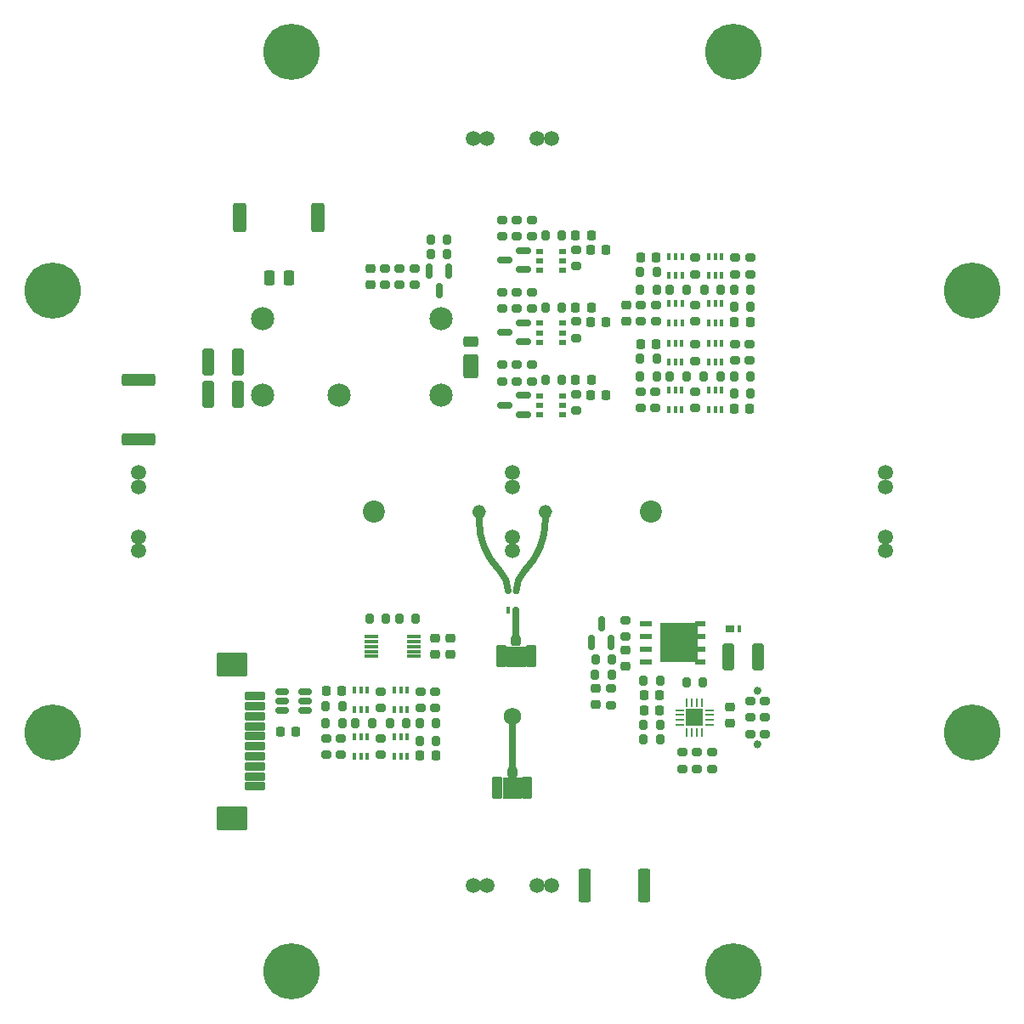
<source format=gbr>
%TF.GenerationSoftware,KiCad,Pcbnew,9.0.1*%
%TF.CreationDate,2025-06-25T17:25:53-04:00*%
%TF.ProjectId,-Z,2d5a2e6b-6963-4616-945f-706362585858,rev?*%
%TF.SameCoordinates,Original*%
%TF.FileFunction,Soldermask,Bot*%
%TF.FilePolarity,Negative*%
%FSLAX46Y46*%
G04 Gerber Fmt 4.6, Leading zero omitted, Abs format (unit mm)*
G04 Created by KiCad (PCBNEW 9.0.1) date 2025-06-25 17:25:53*
%MOMM*%
%LPD*%
G01*
G04 APERTURE LIST*
G04 Aperture macros list*
%AMRoundRect*
0 Rectangle with rounded corners*
0 $1 Rounding radius*
0 $2 $3 $4 $5 $6 $7 $8 $9 X,Y pos of 4 corners*
0 Add a 4 corners polygon primitive as box body*
4,1,4,$2,$3,$4,$5,$6,$7,$8,$9,$2,$3,0*
0 Add four circle primitives for the rounded corners*
1,1,$1+$1,$2,$3*
1,1,$1+$1,$4,$5*
1,1,$1+$1,$6,$7*
1,1,$1+$1,$8,$9*
0 Add four rect primitives between the rounded corners*
20,1,$1+$1,$2,$3,$4,$5,0*
20,1,$1+$1,$4,$5,$6,$7,0*
20,1,$1+$1,$6,$7,$8,$9,0*
20,1,$1+$1,$8,$9,$2,$3,0*%
G04 Aperture macros list end*
%ADD10C,0.381002*%
%ADD11C,0.686258*%
%ADD12C,0.666258*%
%ADD13C,0.700000*%
%ADD14C,0.762000*%
%ADD15C,3.800000*%
%ADD16C,5.600000*%
%ADD17C,2.200000*%
%ADD18C,1.500000*%
%ADD19C,1.727200*%
%ADD20RoundRect,0.225000X0.225000X0.250000X-0.225000X0.250000X-0.225000X-0.250000X0.225000X-0.250000X0*%
%ADD21RoundRect,0.200000X-0.275000X0.200000X-0.275000X-0.200000X0.275000X-0.200000X0.275000X0.200000X0*%
%ADD22R,0.700000X0.510000*%
%ADD23RoundRect,0.200000X0.275000X-0.200000X0.275000X0.200000X-0.275000X0.200000X-0.275000X-0.200000X0*%
%ADD24RoundRect,0.218750X-0.256250X0.218750X-0.256250X-0.218750X0.256250X-0.218750X0.256250X0.218750X0*%
%ADD25RoundRect,0.250000X-0.250000X0.275000X-0.250000X-0.275000X0.250000X-0.275000X0.250000X0.275000X0*%
%ADD26RoundRect,0.250000X-0.275000X0.850000X-0.275000X-0.850000X0.275000X-0.850000X0.275000X0.850000X0*%
%ADD27RoundRect,0.200000X0.200000X0.275000X-0.200000X0.275000X-0.200000X-0.275000X0.200000X-0.275000X0*%
%ADD28RoundRect,0.218750X-0.218750X-0.256250X0.218750X-0.256250X0.218750X0.256250X-0.218750X0.256250X0*%
%ADD29RoundRect,0.100000X0.100000X-0.225000X0.100000X0.225000X-0.100000X0.225000X-0.100000X-0.225000X0*%
%ADD30RoundRect,0.218750X0.218750X0.256250X-0.218750X0.256250X-0.218750X-0.256250X0.218750X-0.256250X0*%
%ADD31RoundRect,0.200000X-0.200000X-0.275000X0.200000X-0.275000X0.200000X0.275000X-0.200000X0.275000X0*%
%ADD32RoundRect,0.225000X0.250000X-0.225000X0.250000X0.225000X-0.250000X0.225000X-0.250000X-0.225000X0*%
%ADD33R,1.422400X0.304800*%
%ADD34RoundRect,0.100000X-0.100000X0.225000X-0.100000X-0.225000X0.100000X-0.225000X0.100000X0.225000X0*%
%ADD35RoundRect,0.250000X-0.300000X-0.475000X0.300000X-0.475000X0.300000X0.475000X-0.300000X0.475000X0*%
%ADD36RoundRect,0.250000X-0.425000X-1.200000X0.425000X-1.200000X0.425000X1.200000X-0.425000X1.200000X0*%
%ADD37RoundRect,0.218750X0.256250X-0.218750X0.256250X0.218750X-0.256250X0.218750X-0.256250X-0.218750X0*%
%ADD38RoundRect,0.150000X0.150000X-0.587500X0.150000X0.587500X-0.150000X0.587500X-0.150000X-0.587500X0*%
%ADD39C,2.304000*%
%ADD40RoundRect,0.225000X-0.225000X-0.250000X0.225000X-0.250000X0.225000X0.250000X-0.225000X0.250000X0*%
%ADD41RoundRect,0.225000X-0.250000X0.225000X-0.250000X-0.225000X0.250000X-0.225000X0.250000X0.225000X0*%
%ADD42RoundRect,0.102000X0.950000X-0.300000X0.950000X0.300000X-0.950000X0.300000X-0.950000X-0.300000X0*%
%ADD43RoundRect,0.102000X1.400000X-1.050000X1.400000X1.050000X-1.400000X1.050000X-1.400000X-1.050000X0*%
%ADD44RoundRect,0.250000X0.325000X1.100000X-0.325000X1.100000X-0.325000X-1.100000X0.325000X-1.100000X0*%
%ADD45RoundRect,0.250000X-1.425000X0.362500X-1.425000X-0.362500X1.425000X-0.362500X1.425000X0.362500X0*%
%ADD46RoundRect,0.250000X0.362500X1.425000X-0.362500X1.425000X-0.362500X-1.425000X0.362500X-1.425000X0*%
%ADD47RoundRect,0.150000X0.587500X0.150000X-0.587500X0.150000X-0.587500X-0.150000X0.587500X-0.150000X0*%
%ADD48R,1.270000X0.610000*%
%ADD49R,3.810000X3.910000*%
%ADD50R,1.020000X0.610000*%
%ADD51RoundRect,0.150000X-0.512500X-0.150000X0.512500X-0.150000X0.512500X0.150000X-0.512500X0.150000X0*%
%ADD52R,0.400000X0.750000*%
%ADD53RoundRect,0.250000X-0.325000X-1.100000X0.325000X-1.100000X0.325000X1.100000X-0.325000X1.100000X0*%
%ADD54RoundRect,0.150000X-0.150000X0.587500X-0.150000X-0.587500X0.150000X-0.587500X0.150000X0.587500X0*%
%ADD55RoundRect,0.075000X-0.390000X-0.275000X0.390000X-0.275000X0.390000X0.275000X-0.390000X0.275000X0*%
%ADD56RoundRect,0.075000X-0.075000X-0.275000X0.075000X-0.275000X0.075000X0.275000X-0.075000X0.275000X0*%
%ADD57R,0.254000X0.812800*%
%ADD58R,0.812800X0.254000*%
%ADD59R,1.752600X1.752600*%
%ADD60RoundRect,0.250000X-0.500000X0.950000X-0.500000X-0.950000X0.500000X-0.950000X0.500000X0.950000X0*%
%ADD61RoundRect,0.250000X-0.500000X0.275000X-0.500000X-0.275000X0.500000X-0.275000X0.500000X0.275000X0*%
G04 APERTURE END LIST*
D10*
X188629302Y-117830802D02*
G75*
G02*
X188248300Y-117830802I-190501J0D01*
G01*
X188248300Y-117830802D02*
G75*
G02*
X188629302Y-117830802I190501J0D01*
G01*
D11*
X164400001Y-112758199D02*
X164400000Y-109835400D01*
D12*
X160700000Y-100884192D02*
X160700000Y-99999999D01*
D10*
X188629301Y-123164801D02*
G75*
G02*
X188248299Y-123164801I-190501J0D01*
G01*
X188248299Y-123164801D02*
G75*
G02*
X188629301Y-123164801I190501J0D01*
G01*
D13*
X167650000Y-100000000D02*
G75*
G02*
X166950000Y-100000000I-350000J0D01*
G01*
X166950000Y-100000000D02*
G75*
G02*
X167650000Y-100000000I350000J0D01*
G01*
D12*
X167300000Y-100884238D02*
G75*
G02*
X165238185Y-105861829I-7039400J38D01*
G01*
X164400001Y-107885399D02*
G75*
G02*
X165238160Y-105861804I2861899J-1D01*
G01*
D13*
X161050000Y-100000000D02*
G75*
G02*
X160350000Y-100000000I-350000J0D01*
G01*
X160350000Y-100000000D02*
G75*
G02*
X161050000Y-100000000I350000J0D01*
G01*
D11*
X164000001Y-125972600D02*
X164000001Y-120366999D01*
D12*
X167300000Y-100884238D02*
X167300000Y-100000000D01*
X162761825Y-105861825D02*
G75*
G02*
X160700040Y-100884192I4977675J4977625D01*
G01*
X162761825Y-105861825D02*
G75*
G02*
X163600032Y-107885399I-2023525J-2023575D01*
G01*
%TO.C,J4*%
G36*
X163060001Y-126507599D02*
G01*
X164940001Y-126507599D01*
X164940001Y-128597599D01*
X163060001Y-128597599D01*
X163060001Y-126507599D01*
G37*
%TO.C,J3*%
G36*
X163460001Y-113401200D02*
G01*
X165340001Y-113401200D01*
X165340001Y-115491200D01*
X163460001Y-115491200D01*
X163460001Y-113401200D01*
G37*
%TD*%
D14*
%TO.C,H2*%
X144200001Y-145800000D03*
X143555751Y-147355750D03*
X143555751Y-144244250D03*
X142000001Y-148000000D03*
D15*
X142000001Y-145800000D03*
D16*
X142000001Y-145800000D03*
D14*
X142000001Y-143600000D03*
X140444251Y-147355750D03*
X140444251Y-144244250D03*
X139800001Y-145800000D03*
%TD*%
D17*
%TO.C,AE2*%
X150200000Y-99999999D03*
%TD*%
%TO.C,AE1*%
X177800000Y-100000000D03*
%TD*%
D18*
%TO.C,JP5*%
X164000001Y-96100000D03*
X164000001Y-97499999D03*
X164000001Y-102499999D03*
X164000001Y-103899998D03*
%TD*%
D14*
%TO.C,H8*%
X212000000Y-121999999D03*
X211355750Y-123555749D03*
X211355750Y-120444249D03*
X209800000Y-124199999D03*
D15*
X209800000Y-121999999D03*
D16*
X209800000Y-121999999D03*
D14*
X209800000Y-119799999D03*
X208244250Y-123555749D03*
X208244250Y-120444249D03*
X207600000Y-121999999D03*
%TD*%
%TO.C,H5*%
X144200001Y-54200000D03*
X143555751Y-55755750D03*
X143555751Y-52644250D03*
X142000001Y-56400000D03*
D15*
X142000001Y-54200000D03*
D16*
X142000001Y-54200000D03*
D14*
X142000001Y-52000000D03*
X140444251Y-55755750D03*
X140444251Y-52644250D03*
X139800001Y-54200000D03*
%TD*%
%TO.C,H7*%
X212000000Y-78000000D03*
X211355750Y-79555750D03*
X211355750Y-76444250D03*
X209800000Y-80200000D03*
D15*
X209800000Y-78000000D03*
D16*
X209800000Y-78000000D03*
D14*
X209800000Y-75800000D03*
X208244250Y-79555750D03*
X208244250Y-76444250D03*
X207600000Y-78000000D03*
%TD*%
D19*
%TO.C,AE3*%
X164000000Y-120400000D03*
%TD*%
D18*
%TO.C,JP1*%
X167900000Y-62789000D03*
X166500001Y-62789000D03*
X161500001Y-62789000D03*
X160100002Y-62789000D03*
%TD*%
D14*
%TO.C,H4*%
X120400001Y-78000000D03*
X119755751Y-79555750D03*
X119755751Y-76444250D03*
X118200001Y-80200000D03*
D15*
X118200001Y-78000000D03*
D16*
X118200001Y-78000000D03*
D14*
X118200001Y-75800000D03*
X116644251Y-79555750D03*
X116644251Y-76444250D03*
X116000001Y-78000000D03*
%TD*%
%TO.C,H3*%
X120400001Y-121999999D03*
X119755751Y-123555749D03*
X119755751Y-120444249D03*
X118200001Y-124199999D03*
D15*
X118200001Y-121999999D03*
D16*
X118200001Y-121999999D03*
D14*
X118200001Y-119799999D03*
X116644251Y-123555749D03*
X116644251Y-120444249D03*
X116000001Y-121999999D03*
%TD*%
D18*
%TO.C,JP4*%
X126789000Y-103899999D03*
X126789000Y-102500000D03*
X126789000Y-97500000D03*
X126789000Y-96100001D03*
%TD*%
D14*
%TO.C,H1*%
X188200000Y-145800000D03*
X187555750Y-147355750D03*
X187555750Y-144244250D03*
X186000000Y-148000000D03*
D15*
X186000000Y-145800000D03*
D16*
X186000000Y-145800000D03*
D14*
X186000000Y-143600000D03*
X184444250Y-147355750D03*
X184444250Y-144244250D03*
X183800000Y-145800000D03*
%TD*%
%TO.C,H6*%
X188200000Y-54200000D03*
X187555750Y-55755750D03*
X187555750Y-52644250D03*
X186000000Y-56400000D03*
D15*
X186000000Y-54200000D03*
D16*
X186000000Y-54200000D03*
D14*
X186000000Y-52000000D03*
X184444250Y-55755750D03*
X184444250Y-52644250D03*
X183800000Y-54200000D03*
%TD*%
D20*
%TO.C,C11*%
X147008600Y-117868399D03*
X145458600Y-117868399D03*
%TD*%
D21*
%TO.C,R68*%
X154894999Y-117907000D03*
X154894999Y-119557000D03*
%TD*%
D22*
%TO.C,Q11*%
X166700801Y-90358200D03*
X166700801Y-89408200D03*
X166700801Y-88458200D03*
X169020801Y-88458200D03*
X169020801Y-89408200D03*
X169020801Y-90358200D03*
%TD*%
D23*
%TO.C,R33*%
X162984001Y-86982000D03*
X162984001Y-85332000D03*
%TD*%
D24*
%TO.C,D6*%
X172339000Y-117625199D03*
X172339000Y-119200201D03*
%TD*%
D21*
%TO.C,R52*%
X187672802Y-83286800D03*
X187672802Y-84936800D03*
%TD*%
%TO.C,R25*%
X165930401Y-78092999D03*
X165930401Y-79742999D03*
%TD*%
D25*
%TO.C,J4*%
X164000001Y-125972599D03*
D26*
X165475001Y-127497599D03*
X162525001Y-127497599D03*
%TD*%
D27*
%TO.C,R75*%
X156416200Y-121068800D03*
X154766200Y-121068800D03*
%TD*%
D28*
%TO.C,F2*%
X170324500Y-72466400D03*
X171899502Y-72466400D03*
%TD*%
D29*
%TO.C,Q15*%
X180906000Y-85112600D03*
X180256000Y-85112599D03*
X179606000Y-85112600D03*
X179606000Y-83212600D03*
X180256000Y-83212601D03*
X180906000Y-83212600D03*
%TD*%
D27*
%TO.C,R51*%
X178735202Y-122707598D03*
X177085202Y-122707598D03*
%TD*%
D23*
%TO.C,R46*%
X189175400Y-122147802D03*
X189175400Y-120497802D03*
%TD*%
D21*
%TO.C,R66*%
X156353200Y-117906999D03*
X156353200Y-119556999D03*
%TD*%
D30*
%TO.C,D5*%
X173372701Y-88366800D03*
X171797699Y-88366800D03*
%TD*%
D23*
%TO.C,R20*%
X164457200Y-72554799D03*
X164457200Y-70904799D03*
%TD*%
D27*
%TO.C,R64*%
X151413800Y-110667999D03*
X149763800Y-110667999D03*
%TD*%
D23*
%TO.C,R47*%
X187702199Y-120497801D03*
X187702199Y-118847801D03*
%TD*%
D31*
%TO.C,R7*%
X176753601Y-76134200D03*
X178403601Y-76134200D03*
%TD*%
%TO.C,R6*%
X176753600Y-77861399D03*
X178403600Y-77861399D03*
%TD*%
D32*
%TO.C,C10*%
X156329201Y-114160800D03*
X156329201Y-112610800D03*
%TD*%
D33*
%TO.C,U4*%
X149941101Y-114411201D03*
X149941101Y-113911199D03*
X149941101Y-113411200D03*
X149941101Y-112911201D03*
X149941101Y-112411199D03*
X154233701Y-112411199D03*
X154233701Y-112911201D03*
X154233701Y-113411200D03*
X154233701Y-113911199D03*
X154233701Y-114411201D03*
%TD*%
D34*
%TO.C,Q21*%
X152248800Y-122455599D03*
X152898800Y-122455600D03*
X153548800Y-122455599D03*
X153548800Y-124355599D03*
X152898800Y-124355598D03*
X152248800Y-124355599D03*
%TD*%
D35*
%TO.C,J2*%
X139780800Y-76675398D03*
X141780800Y-76675398D03*
D36*
X136885800Y-70680399D03*
X144675800Y-70680399D03*
%TD*%
D22*
%TO.C,Q9*%
X166700801Y-83119200D03*
X166700801Y-82169200D03*
X166700801Y-81219200D03*
X169020801Y-81219200D03*
X169020801Y-82169200D03*
X169020801Y-83119200D03*
%TD*%
D23*
%TO.C,R15*%
X152798600Y-77380800D03*
X152798600Y-75730800D03*
%TD*%
%TO.C,R60*%
X178274801Y-89661200D03*
X178274801Y-88011200D03*
%TD*%
D37*
%TO.C,F1*%
X175353801Y-80985700D03*
X175353801Y-79410698D03*
%TD*%
D23*
%TO.C,R27*%
X162984001Y-79743000D03*
X162984001Y-78093000D03*
%TD*%
D38*
%TO.C,Q12*%
X173828701Y-113025600D03*
X171928701Y-113025600D03*
X172878701Y-111150600D03*
%TD*%
D30*
%TO.C,D3*%
X173347301Y-73939599D03*
X171772299Y-73939599D03*
%TD*%
D37*
%TO.C,D2*%
X149852200Y-77343300D03*
X149852200Y-75768298D03*
%TD*%
D21*
%TO.C,R37*%
X173812200Y-117589800D03*
X173812200Y-119239800D03*
%TD*%
D23*
%TO.C,R21*%
X162984001Y-72554800D03*
X162984001Y-70904800D03*
%TD*%
D39*
%TO.C,U2*%
X146793600Y-88417600D03*
X139173600Y-80797600D03*
X139173600Y-88417600D03*
X156953600Y-88417600D03*
X156953600Y-80797600D03*
%TD*%
D20*
%TO.C,C2*%
X178353600Y-74661000D03*
X176803600Y-74661000D03*
%TD*%
D21*
%TO.C,R19*%
X165930401Y-70904799D03*
X165930401Y-72554799D03*
%TD*%
D37*
%TO.C,F6*%
X157802401Y-114173300D03*
X157802401Y-112598298D03*
%TD*%
D31*
%TO.C,R38*%
X172276000Y-116202900D03*
X173926000Y-116202900D03*
%TD*%
D29*
%TO.C,Q20*%
X149586399Y-124355599D03*
X148936399Y-124355598D03*
X148286399Y-124355599D03*
X148286399Y-122455599D03*
X148936399Y-122455600D03*
X149586399Y-122455599D03*
%TD*%
D28*
%TO.C,F4*%
X170324500Y-86893600D03*
X171899502Y-86893600D03*
%TD*%
D20*
%TO.C,C9*%
X178685199Y-119761200D03*
X177135199Y-119761200D03*
%TD*%
D40*
%TO.C,C7*%
X186135800Y-89699799D03*
X187685800Y-89699799D03*
%TD*%
D27*
%TO.C,R4*%
X181375400Y-77861399D03*
X179725400Y-77861399D03*
%TD*%
%TO.C,R18*%
X157535201Y-72847400D03*
X155885201Y-72847400D03*
%TD*%
D31*
%TO.C,R73*%
X151794400Y-121068799D03*
X153444400Y-121068799D03*
%TD*%
D27*
%TO.C,R67*%
X150040799Y-121068800D03*
X148390799Y-121068800D03*
%TD*%
D25*
%TO.C,J3*%
X164400001Y-112866200D03*
D26*
X165875001Y-114391200D03*
X162925001Y-114391200D03*
%TD*%
D29*
%TO.C,Q3*%
X180921001Y-81148200D03*
X180271001Y-81148199D03*
X179621001Y-81148200D03*
X179621001Y-79248200D03*
X180271001Y-79248201D03*
X180921001Y-79248200D03*
%TD*%
D41*
%TO.C,C5*%
X185670201Y-119468799D03*
X185670201Y-121018799D03*
%TD*%
D42*
%TO.C,J1*%
X138398801Y-127359990D03*
X138398801Y-126359990D03*
X138398801Y-125359990D03*
X138398801Y-124359990D03*
X138398801Y-123359991D03*
X138398801Y-122359991D03*
X138398801Y-121359990D03*
X138398801Y-120359990D03*
X138398801Y-119359990D03*
X138398801Y-118359990D03*
D43*
X136048801Y-130509990D03*
X136048801Y-115210010D03*
%TD*%
D18*
%TO.C,JP3*%
X201211001Y-97500000D03*
X201211001Y-96100001D03*
X201211001Y-103899999D03*
X201211001Y-102500000D03*
%TD*%
D28*
%TO.C,F3*%
X170324500Y-79654600D03*
X171899502Y-79654600D03*
%TD*%
D27*
%TO.C,R76*%
X156416199Y-122795999D03*
X154766199Y-122795999D03*
%TD*%
D31*
%TO.C,R28*%
X167315201Y-79654600D03*
X168965201Y-79654600D03*
%TD*%
%TO.C,R41*%
X181340000Y-116992601D03*
X182990000Y-116992601D03*
%TD*%
D23*
%TO.C,R71*%
X150917599Y-119556999D03*
X150917599Y-117906999D03*
%TD*%
D31*
%TO.C,R17*%
X155885201Y-74320600D03*
X157535201Y-74320600D03*
%TD*%
D29*
%TO.C,Q19*%
X149586399Y-119681999D03*
X148936399Y-119681998D03*
X148286399Y-119681999D03*
X148286399Y-117781999D03*
X148936399Y-117782000D03*
X149586399Y-117781999D03*
%TD*%
D20*
%TO.C,C6*%
X178338600Y-83299000D03*
X176788600Y-83299000D03*
%TD*%
D21*
%TO.C,R5*%
X186214600Y-74699599D03*
X186214600Y-76349599D03*
%TD*%
D44*
%TO.C,C14*%
X136646001Y-85115600D03*
X133695999Y-85115600D03*
%TD*%
D20*
%TO.C,C8*%
X178685202Y-118288003D03*
X177135202Y-118288003D03*
%TD*%
D31*
%TO.C,R65*%
X152761001Y-110668000D03*
X154411001Y-110668000D03*
%TD*%
D45*
%TO.C,R30*%
X126789000Y-86877500D03*
X126789000Y-92802500D03*
%TD*%
D21*
%TO.C,R3*%
X187687802Y-74699599D03*
X187687802Y-76349599D03*
%TD*%
D31*
%TO.C,R56*%
X176738600Y-84772199D03*
X178388600Y-84772199D03*
%TD*%
D23*
%TO.C,R9*%
X176816600Y-81023200D03*
X176816600Y-79373200D03*
%TD*%
D34*
%TO.C,Q1*%
X183583400Y-74574599D03*
X184233400Y-74574600D03*
X184883400Y-74574599D03*
X184883400Y-76474599D03*
X184233400Y-76474598D03*
X183583400Y-76474599D03*
%TD*%
D23*
%TO.C,R11*%
X178289801Y-81023200D03*
X178289801Y-79373200D03*
%TD*%
D27*
%TO.C,R13*%
X187750801Y-79603799D03*
X186100801Y-79603799D03*
%TD*%
D22*
%TO.C,Q7*%
X166700801Y-75931000D03*
X166700801Y-74981000D03*
X166700801Y-74031000D03*
X169020801Y-74031000D03*
X169020801Y-74981000D03*
X169020801Y-75931000D03*
%TD*%
D30*
%TO.C,D4*%
X173347301Y-81127799D03*
X171772299Y-81127799D03*
%TD*%
D34*
%TO.C,Q18*%
X152248800Y-117781999D03*
X152898800Y-117782000D03*
X153548800Y-117781999D03*
X153548800Y-119681999D03*
X152898800Y-119681998D03*
X152248800Y-119681999D03*
%TD*%
D46*
%TO.C,R24*%
X177122501Y-137211000D03*
X171197501Y-137211000D03*
%TD*%
D23*
%TO.C,R8*%
X182252200Y-76349599D03*
X182252200Y-74699599D03*
%TD*%
D21*
%TO.C,R31*%
X165930401Y-85331999D03*
X165930401Y-86981999D03*
%TD*%
D34*
%TO.C,Q17*%
X183568400Y-87886199D03*
X184218400Y-87886200D03*
X184868400Y-87886199D03*
X184868400Y-89786199D03*
X184218400Y-89786198D03*
X183568400Y-89786199D03*
%TD*%
D23*
%TO.C,R48*%
X187702201Y-122147802D03*
X187702201Y-120497802D03*
%TD*%
%TO.C,R29*%
X170350000Y-82689400D03*
X170350000Y-81039400D03*
%TD*%
%TO.C,R32*%
X164457200Y-86981999D03*
X164457200Y-85331999D03*
%TD*%
D31*
%TO.C,R22*%
X167315201Y-72466400D03*
X168965201Y-72466400D03*
%TD*%
D21*
%TO.C,R16*%
X154271800Y-75730799D03*
X154271800Y-77380799D03*
%TD*%
%TO.C,R40*%
X175308400Y-110791599D03*
X175308400Y-112441599D03*
%TD*%
%TO.C,R14*%
X182252201Y-79373200D03*
X182252201Y-81023200D03*
%TD*%
D47*
%TO.C,Q8*%
X165115300Y-81168399D03*
X165115300Y-83068399D03*
X163240300Y-82118399D03*
%TD*%
D48*
%TO.C,Q13*%
X177298400Y-114960600D03*
X177298401Y-113690600D03*
X177298401Y-112420600D03*
X177298400Y-111150600D03*
D49*
X180658401Y-113055600D03*
D50*
X182763401Y-111150600D03*
X182763401Y-112420600D03*
X182763401Y-113690600D03*
X182763401Y-114960600D03*
%TD*%
D21*
%TO.C,R63*%
X182237201Y-88011200D03*
X182237201Y-89661200D03*
%TD*%
D23*
%TO.C,R44*%
X183892202Y-125590000D03*
X183892202Y-123940000D03*
%TD*%
D47*
%TO.C,Q10*%
X165115300Y-88407399D03*
X165115300Y-90307399D03*
X163240300Y-89357399D03*
%TD*%
D51*
%TO.C,U5*%
X141114601Y-119796799D03*
X141114601Y-118846800D03*
X141114601Y-117896801D03*
X143389601Y-117896801D03*
X143389601Y-118846800D03*
X143389601Y-119796799D03*
%TD*%
D44*
%TO.C,C15*%
X136646002Y-88324199D03*
X133696000Y-88324199D03*
%TD*%
D23*
%TO.C,R78*%
X151325401Y-77380799D03*
X151325401Y-75730799D03*
%TD*%
D34*
%TO.C,Q14*%
X183568400Y-83212600D03*
X184218400Y-83212601D03*
X184868400Y-83212600D03*
X184868400Y-85112600D03*
X184218400Y-85112599D03*
X183568400Y-85112600D03*
%TD*%
D23*
%TO.C,R23*%
X170350000Y-75526599D03*
X170350000Y-73876599D03*
%TD*%
D27*
%TO.C,R61*%
X187735800Y-86499400D03*
X186085800Y-86499400D03*
%TD*%
D52*
%TO.C,BA1*%
X164400001Y-109835399D03*
X163600001Y-109835399D03*
X163600001Y-107885399D03*
X164400001Y-107885399D03*
%TD*%
D53*
%TO.C,C4*%
X185557767Y-114470275D03*
X188507769Y-114470275D03*
%TD*%
D24*
%TO.C,F5*%
X175308401Y-113800899D03*
X175308401Y-115375901D03*
%TD*%
D23*
%TO.C,R57*%
X182237200Y-84987600D03*
X182237200Y-83337600D03*
%TD*%
D31*
%TO.C,R50*%
X177085199Y-121234400D03*
X178735199Y-121234400D03*
%TD*%
%TO.C,R69*%
X145419000Y-121068799D03*
X147069000Y-121068799D03*
%TD*%
%TO.C,R34*%
X167315201Y-86893600D03*
X168965201Y-86893600D03*
%TD*%
D27*
%TO.C,R39*%
X173932303Y-114729701D03*
X172282303Y-114729701D03*
%TD*%
D54*
%TO.C,Q5*%
X155760201Y-76050099D03*
X157660201Y-76050099D03*
X156710201Y-77925099D03*
%TD*%
D34*
%TO.C,Q4*%
X183583401Y-79248200D03*
X184233401Y-79248201D03*
X184883401Y-79248200D03*
X184883401Y-81148200D03*
X184233401Y-81148199D03*
X183583401Y-81148200D03*
%TD*%
D18*
%TO.C,JP2*%
X161500001Y-137211000D03*
X160100002Y-137211000D03*
X167900000Y-137211000D03*
X166500001Y-137211000D03*
%TD*%
D29*
%TO.C,Q16*%
X180906001Y-89786200D03*
X180256001Y-89786199D03*
X179606001Y-89786200D03*
X179606001Y-87886200D03*
X180256001Y-87886201D03*
X180906001Y-87886200D03*
%TD*%
D23*
%TO.C,R45*%
X189175398Y-120497801D03*
X189175398Y-118847801D03*
%TD*%
%TO.C,R72*%
X145482000Y-124230600D03*
X145482000Y-122580600D03*
%TD*%
D31*
%TO.C,R70*%
X145408600Y-119331400D03*
X147058600Y-119331400D03*
%TD*%
D27*
%TO.C,R49*%
X178735199Y-116814802D03*
X177085199Y-116814802D03*
%TD*%
D23*
%TO.C,R74*%
X146955200Y-124230600D03*
X146955200Y-122580600D03*
%TD*%
D29*
%TO.C,Q2*%
X180921001Y-76474600D03*
X180271001Y-76474599D03*
X179621001Y-76474600D03*
X179621001Y-74574600D03*
X180271001Y-74574601D03*
X180921001Y-74574600D03*
%TD*%
D40*
%TO.C,C12*%
X154816199Y-124269200D03*
X156366199Y-124269200D03*
%TD*%
D27*
%TO.C,R62*%
X187735800Y-88226599D03*
X186085800Y-88226599D03*
%TD*%
D31*
%TO.C,R59*%
X183114000Y-86499400D03*
X184764000Y-86499400D03*
%TD*%
D40*
%TO.C,C3*%
X186150800Y-81061799D03*
X187700800Y-81061799D03*
%TD*%
D21*
%TO.C,R42*%
X180945800Y-123940002D03*
X180945800Y-125590002D03*
%TD*%
D23*
%TO.C,R26*%
X164457200Y-79742999D03*
X164457200Y-78092999D03*
%TD*%
D31*
%TO.C,R55*%
X176738600Y-86499399D03*
X178388600Y-86499399D03*
%TD*%
D47*
%TO.C,Q6*%
X165115300Y-73980199D03*
X165115300Y-75880199D03*
X163240300Y-74930199D03*
%TD*%
D23*
%TO.C,R58*%
X176801600Y-89661200D03*
X176801600Y-88011200D03*
%TD*%
%TO.C,R43*%
X182419001Y-125590000D03*
X182419001Y-123940000D03*
%TD*%
D55*
%TO.C,D7*%
X185706369Y-111676275D03*
D56*
X186591368Y-111676275D03*
%TD*%
D21*
%TO.C,R77*%
X150917599Y-122580599D03*
X150917599Y-124230599D03*
%TD*%
D57*
%TO.C,U3*%
X181414999Y-119024599D03*
X181915000Y-119024599D03*
X182415000Y-119024599D03*
X182915001Y-119024599D03*
D58*
X183638200Y-119747798D03*
X183638200Y-120247799D03*
X183638200Y-120747799D03*
X183638200Y-121247800D03*
D57*
X182915001Y-121970999D03*
X182415000Y-121970999D03*
X181915000Y-121970999D03*
X181414999Y-121970999D03*
D58*
X180691800Y-121247800D03*
X180691800Y-120747799D03*
X180691800Y-120247799D03*
X180691800Y-119747798D03*
D59*
X182165000Y-120497799D03*
%TD*%
D40*
%TO.C,C13*%
X140873001Y-121869400D03*
X142423001Y-121869400D03*
%TD*%
D27*
%TO.C,R53*%
X181360401Y-86499399D03*
X179710401Y-86499399D03*
%TD*%
D21*
%TO.C,R54*%
X186199600Y-83286800D03*
X186199600Y-84936800D03*
%TD*%
D23*
%TO.C,R35*%
X170350001Y-89941600D03*
X170350001Y-88291600D03*
%TD*%
D60*
%TO.C,D1*%
X159910601Y-85457600D03*
D61*
X159910601Y-83082600D03*
%TD*%
D31*
%TO.C,R10*%
X183129000Y-77861400D03*
X184779000Y-77861400D03*
%TD*%
D27*
%TO.C,R12*%
X187750800Y-77861400D03*
X186100800Y-77861400D03*
%TD*%
M02*

</source>
